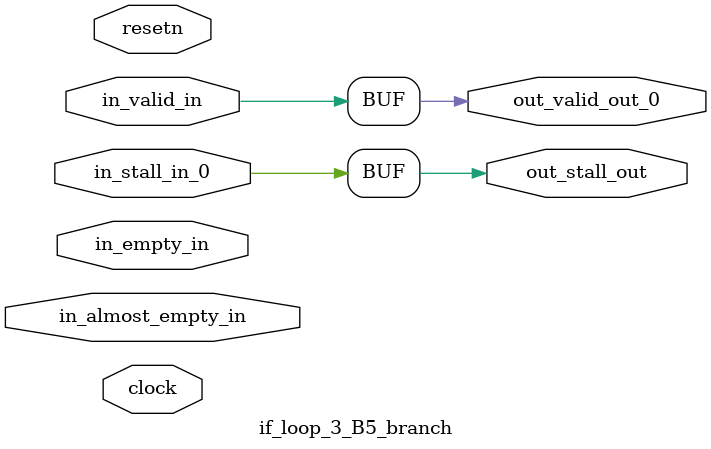
<source format=sv>



(* altera_attribute = "-name AUTO_SHIFT_REGISTER_RECOGNITION OFF; -name MESSAGE_DISABLE 10036; -name MESSAGE_DISABLE 10037; -name MESSAGE_DISABLE 14130; -name MESSAGE_DISABLE 14320; -name MESSAGE_DISABLE 15400; -name MESSAGE_DISABLE 14130; -name MESSAGE_DISABLE 10036; -name MESSAGE_DISABLE 12020; -name MESSAGE_DISABLE 12030; -name MESSAGE_DISABLE 12010; -name MESSAGE_DISABLE 12110; -name MESSAGE_DISABLE 14320; -name MESSAGE_DISABLE 13410; -name MESSAGE_DISABLE 113007; -name MESSAGE_DISABLE 10958" *)
module if_loop_3_B5_branch (
    input wire [0:0] in_almost_empty_in,
    input wire [0:0] in_empty_in,
    input wire [0:0] in_stall_in_0,
    input wire [0:0] in_valid_in,
    output wire [0:0] out_stall_out,
    output wire [0:0] out_valid_out_0,
    input wire clock,
    input wire resetn
    );

    reg [0:0] rst_sync_rst_sclrn;


    // out_stall_out(GPOUT,6)
    assign out_stall_out = in_stall_in_0;

    // out_valid_out_0(GPOUT,7)
    assign out_valid_out_0 = in_valid_in;

    // rst_sync(RESETSYNC,8)
    acl_reset_handler #(
        .ASYNC_RESET(0),
        .USE_SYNCHRONIZER(1),
        .PULSE_EXTENSION(0),
        .PIPE_DEPTH(3),
        .DUPLICATE(1)
    ) therst_sync (
        .clk(clock),
        .i_resetn(resetn),
        .o_sclrn(rst_sync_rst_sclrn)
    );

endmodule

</source>
